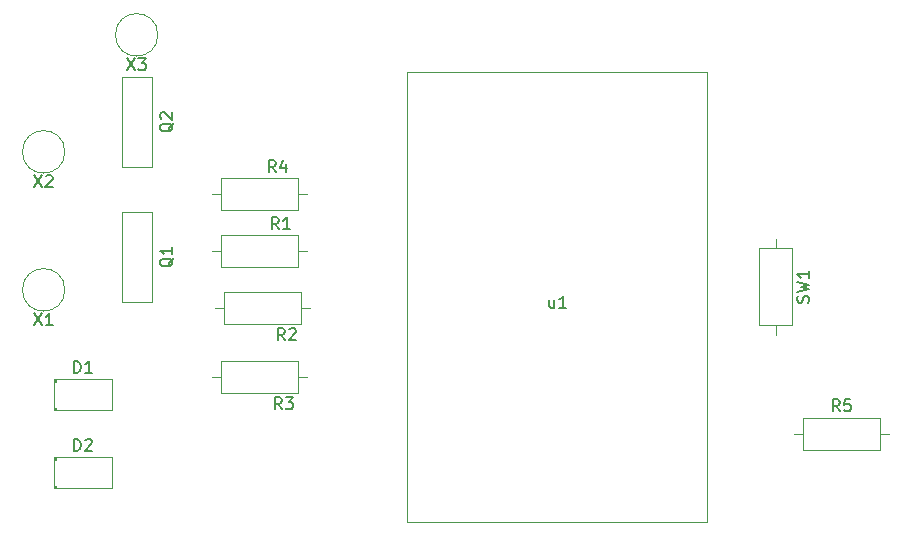
<source format=gto>
G04 #@! TF.GenerationSoftware,KiCad,Pcbnew,(5.1.10)-1*
G04 #@! TF.CreationDate,2021-11-08T21:38:05-05:00*
G04 #@! TF.ProjectId,SmartLights,536d6172-744c-4696-9768-74732e6b6963,rev?*
G04 #@! TF.SameCoordinates,Original*
G04 #@! TF.FileFunction,Legend,Top*
G04 #@! TF.FilePolarity,Positive*
%FSLAX46Y46*%
G04 Gerber Fmt 4.6, Leading zero omitted, Abs format (unit mm)*
G04 Created by KiCad (PCBNEW (5.1.10)-1) date 2021-11-08 21:38:05*
%MOMM*%
%LPD*%
G01*
G04 APERTURE LIST*
%ADD10C,0.120000*%
%ADD11C,0.150000*%
G04 APERTURE END LIST*
D10*
X140208000Y-99290000D02*
X140208000Y-98520000D01*
X140208000Y-91210000D02*
X140208000Y-91980000D01*
X141578000Y-98520000D02*
X141578000Y-91980000D01*
X138838000Y-98520000D02*
X141578000Y-98520000D01*
X138838000Y-91980000D02*
X138838000Y-98520000D01*
X141578000Y-91980000D02*
X138838000Y-91980000D01*
X149836000Y-107696000D02*
X149066000Y-107696000D01*
X141756000Y-107696000D02*
X142526000Y-107696000D01*
X149066000Y-106326000D02*
X142526000Y-106326000D01*
X149066000Y-109066000D02*
X149066000Y-106326000D01*
X142526000Y-109066000D02*
X149066000Y-109066000D01*
X142526000Y-106326000D02*
X142526000Y-109066000D01*
X92480000Y-87376000D02*
X93250000Y-87376000D01*
X100560000Y-87376000D02*
X99790000Y-87376000D01*
X93250000Y-88746000D02*
X99790000Y-88746000D01*
X93250000Y-86006000D02*
X93250000Y-88746000D01*
X99790000Y-86006000D02*
X93250000Y-86006000D01*
X99790000Y-88746000D02*
X99790000Y-86006000D01*
X92480000Y-102870000D02*
X93250000Y-102870000D01*
X100560000Y-102870000D02*
X99790000Y-102870000D01*
X93250000Y-104240000D02*
X99790000Y-104240000D01*
X93250000Y-101500000D02*
X93250000Y-104240000D01*
X99790000Y-101500000D02*
X93250000Y-101500000D01*
X99790000Y-104240000D02*
X99790000Y-101500000D01*
X92734000Y-97028000D02*
X93504000Y-97028000D01*
X100814000Y-97028000D02*
X100044000Y-97028000D01*
X93504000Y-98398000D02*
X100044000Y-98398000D01*
X93504000Y-95658000D02*
X93504000Y-98398000D01*
X100044000Y-95658000D02*
X93504000Y-95658000D01*
X100044000Y-98398000D02*
X100044000Y-95658000D01*
X92480000Y-92202000D02*
X93250000Y-92202000D01*
X100560000Y-92202000D02*
X99790000Y-92202000D01*
X93250000Y-93572000D02*
X99790000Y-93572000D01*
X93250000Y-90832000D02*
X93250000Y-93572000D01*
X99790000Y-90832000D02*
X93250000Y-90832000D01*
X99790000Y-93572000D02*
X99790000Y-90832000D01*
X79314000Y-105474000D02*
X79314000Y-105704000D01*
X79314000Y-103084000D02*
X79314000Y-103314000D01*
X79194000Y-105474000D02*
X79194000Y-105704000D01*
X79194000Y-103084000D02*
X79194000Y-103314000D01*
X83994000Y-103084000D02*
X83994000Y-105704000D01*
X79074000Y-103084000D02*
X79074000Y-105704000D01*
X79074000Y-105704000D02*
X83994000Y-105704000D01*
X79074000Y-103084000D02*
X83994000Y-103084000D01*
X79074000Y-109688000D02*
X83994000Y-109688000D01*
X79074000Y-112308000D02*
X83994000Y-112308000D01*
X79074000Y-109688000D02*
X79074000Y-112308000D01*
X83994000Y-109688000D02*
X83994000Y-112308000D01*
X79194000Y-109688000D02*
X79194000Y-109918000D01*
X79194000Y-112078000D02*
X79194000Y-112308000D01*
X79314000Y-109688000D02*
X79314000Y-109918000D01*
X79314000Y-112078000D02*
X79314000Y-112308000D01*
X86106000Y-96520000D02*
X84836000Y-96520000D01*
X84836000Y-88900000D02*
X87376000Y-88900000D01*
X87376000Y-96520000D02*
X86106000Y-96520000D01*
X84836000Y-96520000D02*
X84836000Y-88900000D01*
X87376000Y-96520000D02*
X87376000Y-88900000D01*
X87376000Y-85090000D02*
X87376000Y-77470000D01*
X84836000Y-85090000D02*
X84836000Y-77470000D01*
X87376000Y-85090000D02*
X86106000Y-85090000D01*
X84836000Y-77470000D02*
X87376000Y-77470000D01*
X86106000Y-85090000D02*
X84836000Y-85090000D01*
X114106001Y-77022001D02*
X134426001Y-77022001D01*
X134426001Y-77022001D02*
X134426001Y-115122001D01*
X134426001Y-115122001D02*
X114106001Y-115122001D01*
X109026001Y-115122001D02*
X109026001Y-77022001D01*
X114106001Y-77022001D02*
X109026001Y-77022001D01*
X109026001Y-77022001D02*
X109026001Y-96072001D01*
X109026001Y-96072001D02*
X109026001Y-115122001D01*
X109026001Y-115122001D02*
X114106001Y-115122001D01*
X80028051Y-95504000D02*
G75*
G03*
X80028051Y-95504000I-1796051J0D01*
G01*
X80028051Y-83820000D02*
G75*
G03*
X80028051Y-83820000I-1796051J0D01*
G01*
X87902051Y-73914000D02*
G75*
G03*
X87902051Y-73914000I-1796051J0D01*
G01*
D11*
X142982761Y-96583333D02*
X143030380Y-96440476D01*
X143030380Y-96202380D01*
X142982761Y-96107142D01*
X142935142Y-96059523D01*
X142839904Y-96011904D01*
X142744666Y-96011904D01*
X142649428Y-96059523D01*
X142601809Y-96107142D01*
X142554190Y-96202380D01*
X142506571Y-96392857D01*
X142458952Y-96488095D01*
X142411333Y-96535714D01*
X142316095Y-96583333D01*
X142220857Y-96583333D01*
X142125619Y-96535714D01*
X142078000Y-96488095D01*
X142030380Y-96392857D01*
X142030380Y-96154761D01*
X142078000Y-96011904D01*
X142030380Y-95678571D02*
X143030380Y-95440476D01*
X142316095Y-95250000D01*
X143030380Y-95059523D01*
X142030380Y-94821428D01*
X143030380Y-93916666D02*
X143030380Y-94488095D01*
X143030380Y-94202380D02*
X142030380Y-94202380D01*
X142173238Y-94297619D01*
X142268476Y-94392857D01*
X142316095Y-94488095D01*
X145629333Y-105778380D02*
X145296000Y-105302190D01*
X145057904Y-105778380D02*
X145057904Y-104778380D01*
X145438857Y-104778380D01*
X145534095Y-104826000D01*
X145581714Y-104873619D01*
X145629333Y-104968857D01*
X145629333Y-105111714D01*
X145581714Y-105206952D01*
X145534095Y-105254571D01*
X145438857Y-105302190D01*
X145057904Y-105302190D01*
X146534095Y-104778380D02*
X146057904Y-104778380D01*
X146010285Y-105254571D01*
X146057904Y-105206952D01*
X146153142Y-105159333D01*
X146391238Y-105159333D01*
X146486476Y-105206952D01*
X146534095Y-105254571D01*
X146581714Y-105349809D01*
X146581714Y-105587904D01*
X146534095Y-105683142D01*
X146486476Y-105730761D01*
X146391238Y-105778380D01*
X146153142Y-105778380D01*
X146057904Y-105730761D01*
X146010285Y-105683142D01*
X97877333Y-85542380D02*
X97544000Y-85066190D01*
X97305904Y-85542380D02*
X97305904Y-84542380D01*
X97686857Y-84542380D01*
X97782095Y-84590000D01*
X97829714Y-84637619D01*
X97877333Y-84732857D01*
X97877333Y-84875714D01*
X97829714Y-84970952D01*
X97782095Y-85018571D01*
X97686857Y-85066190D01*
X97305904Y-85066190D01*
X98734476Y-84875714D02*
X98734476Y-85542380D01*
X98496380Y-84494761D02*
X98258285Y-85209047D01*
X98877333Y-85209047D01*
X98385333Y-105608380D02*
X98052000Y-105132190D01*
X97813904Y-105608380D02*
X97813904Y-104608380D01*
X98194857Y-104608380D01*
X98290095Y-104656000D01*
X98337714Y-104703619D01*
X98385333Y-104798857D01*
X98385333Y-104941714D01*
X98337714Y-105036952D01*
X98290095Y-105084571D01*
X98194857Y-105132190D01*
X97813904Y-105132190D01*
X98718666Y-104608380D02*
X99337714Y-104608380D01*
X99004380Y-104989333D01*
X99147238Y-104989333D01*
X99242476Y-105036952D01*
X99290095Y-105084571D01*
X99337714Y-105179809D01*
X99337714Y-105417904D01*
X99290095Y-105513142D01*
X99242476Y-105560761D01*
X99147238Y-105608380D01*
X98861523Y-105608380D01*
X98766285Y-105560761D01*
X98718666Y-105513142D01*
X98639333Y-99766380D02*
X98306000Y-99290190D01*
X98067904Y-99766380D02*
X98067904Y-98766380D01*
X98448857Y-98766380D01*
X98544095Y-98814000D01*
X98591714Y-98861619D01*
X98639333Y-98956857D01*
X98639333Y-99099714D01*
X98591714Y-99194952D01*
X98544095Y-99242571D01*
X98448857Y-99290190D01*
X98067904Y-99290190D01*
X99020285Y-98861619D02*
X99067904Y-98814000D01*
X99163142Y-98766380D01*
X99401238Y-98766380D01*
X99496476Y-98814000D01*
X99544095Y-98861619D01*
X99591714Y-98956857D01*
X99591714Y-99052095D01*
X99544095Y-99194952D01*
X98972666Y-99766380D01*
X99591714Y-99766380D01*
X98131333Y-90368380D02*
X97798000Y-89892190D01*
X97559904Y-90368380D02*
X97559904Y-89368380D01*
X97940857Y-89368380D01*
X98036095Y-89416000D01*
X98083714Y-89463619D01*
X98131333Y-89558857D01*
X98131333Y-89701714D01*
X98083714Y-89796952D01*
X98036095Y-89844571D01*
X97940857Y-89892190D01*
X97559904Y-89892190D01*
X99083714Y-90368380D02*
X98512285Y-90368380D01*
X98798000Y-90368380D02*
X98798000Y-89368380D01*
X98702761Y-89511238D01*
X98607523Y-89606476D01*
X98512285Y-89654095D01*
X80795904Y-102536380D02*
X80795904Y-101536380D01*
X81034000Y-101536380D01*
X81176857Y-101584000D01*
X81272095Y-101679238D01*
X81319714Y-101774476D01*
X81367333Y-101964952D01*
X81367333Y-102107809D01*
X81319714Y-102298285D01*
X81272095Y-102393523D01*
X81176857Y-102488761D01*
X81034000Y-102536380D01*
X80795904Y-102536380D01*
X82319714Y-102536380D02*
X81748285Y-102536380D01*
X82034000Y-102536380D02*
X82034000Y-101536380D01*
X81938761Y-101679238D01*
X81843523Y-101774476D01*
X81748285Y-101822095D01*
X80795904Y-109140380D02*
X80795904Y-108140380D01*
X81034000Y-108140380D01*
X81176857Y-108188000D01*
X81272095Y-108283238D01*
X81319714Y-108378476D01*
X81367333Y-108568952D01*
X81367333Y-108711809D01*
X81319714Y-108902285D01*
X81272095Y-108997523D01*
X81176857Y-109092761D01*
X81034000Y-109140380D01*
X80795904Y-109140380D01*
X81748285Y-108235619D02*
X81795904Y-108188000D01*
X81891142Y-108140380D01*
X82129238Y-108140380D01*
X82224476Y-108188000D01*
X82272095Y-108235619D01*
X82319714Y-108330857D01*
X82319714Y-108426095D01*
X82272095Y-108568952D01*
X81700666Y-109140380D01*
X82319714Y-109140380D01*
X89193619Y-92805238D02*
X89146000Y-92900476D01*
X89050761Y-92995714D01*
X88907904Y-93138571D01*
X88860285Y-93233809D01*
X88860285Y-93329047D01*
X89098380Y-93281428D02*
X89050761Y-93376666D01*
X88955523Y-93471904D01*
X88765047Y-93519523D01*
X88431714Y-93519523D01*
X88241238Y-93471904D01*
X88146000Y-93376666D01*
X88098380Y-93281428D01*
X88098380Y-93090952D01*
X88146000Y-92995714D01*
X88241238Y-92900476D01*
X88431714Y-92852857D01*
X88765047Y-92852857D01*
X88955523Y-92900476D01*
X89050761Y-92995714D01*
X89098380Y-93090952D01*
X89098380Y-93281428D01*
X89098380Y-91900476D02*
X89098380Y-92471904D01*
X89098380Y-92186190D02*
X88098380Y-92186190D01*
X88241238Y-92281428D01*
X88336476Y-92376666D01*
X88384095Y-92471904D01*
X89193619Y-81375238D02*
X89146000Y-81470476D01*
X89050761Y-81565714D01*
X88907904Y-81708571D01*
X88860285Y-81803809D01*
X88860285Y-81899047D01*
X89098380Y-81851428D02*
X89050761Y-81946666D01*
X88955523Y-82041904D01*
X88765047Y-82089523D01*
X88431714Y-82089523D01*
X88241238Y-82041904D01*
X88146000Y-81946666D01*
X88098380Y-81851428D01*
X88098380Y-81660952D01*
X88146000Y-81565714D01*
X88241238Y-81470476D01*
X88431714Y-81422857D01*
X88765047Y-81422857D01*
X88955523Y-81470476D01*
X89050761Y-81565714D01*
X89098380Y-81660952D01*
X89098380Y-81851428D01*
X88193619Y-81041904D02*
X88146000Y-80994285D01*
X88098380Y-80899047D01*
X88098380Y-80660952D01*
X88146000Y-80565714D01*
X88193619Y-80518095D01*
X88288857Y-80470476D01*
X88384095Y-80470476D01*
X88526952Y-80518095D01*
X89098380Y-81089523D01*
X89098380Y-80470476D01*
X121464096Y-96357715D02*
X121464096Y-97024381D01*
X121035524Y-96357715D02*
X121035524Y-96881524D01*
X121083143Y-96976762D01*
X121178381Y-97024381D01*
X121321239Y-97024381D01*
X121416477Y-96976762D01*
X121464096Y-96929143D01*
X122464096Y-97024381D02*
X121892667Y-97024381D01*
X122178381Y-97024381D02*
X122178381Y-96024381D01*
X122083143Y-96167239D01*
X121987905Y-96262477D01*
X121892667Y-96310096D01*
X77422476Y-97496380D02*
X78089142Y-98496380D01*
X78089142Y-97496380D02*
X77422476Y-98496380D01*
X78993904Y-98496380D02*
X78422476Y-98496380D01*
X78708190Y-98496380D02*
X78708190Y-97496380D01*
X78612952Y-97639238D01*
X78517714Y-97734476D01*
X78422476Y-97782095D01*
X77422476Y-85812380D02*
X78089142Y-86812380D01*
X78089142Y-85812380D02*
X77422476Y-86812380D01*
X78422476Y-85907619D02*
X78470095Y-85860000D01*
X78565333Y-85812380D01*
X78803428Y-85812380D01*
X78898666Y-85860000D01*
X78946285Y-85907619D01*
X78993904Y-86002857D01*
X78993904Y-86098095D01*
X78946285Y-86240952D01*
X78374857Y-86812380D01*
X78993904Y-86812380D01*
X85296476Y-75906380D02*
X85963142Y-76906380D01*
X85963142Y-75906380D02*
X85296476Y-76906380D01*
X86248857Y-75906380D02*
X86867904Y-75906380D01*
X86534571Y-76287333D01*
X86677428Y-76287333D01*
X86772666Y-76334952D01*
X86820285Y-76382571D01*
X86867904Y-76477809D01*
X86867904Y-76715904D01*
X86820285Y-76811142D01*
X86772666Y-76858761D01*
X86677428Y-76906380D01*
X86391714Y-76906380D01*
X86296476Y-76858761D01*
X86248857Y-76811142D01*
M02*

</source>
